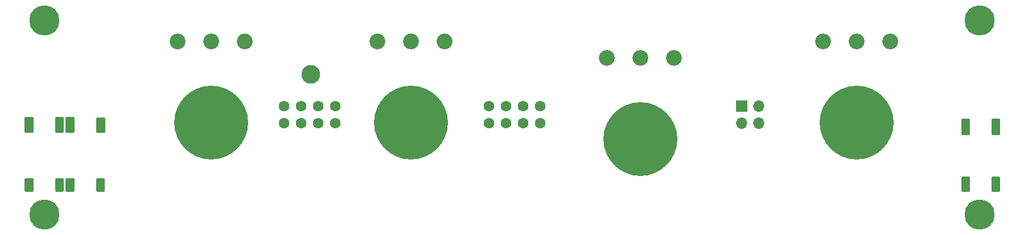
<source format=gbr>
%TF.GenerationSoftware,KiCad,Pcbnew,(5.1.12)-1*%
%TF.CreationDate,2022-02-09T09:57:39+03:00*%
%TF.ProjectId,Streamer_ADAU1701 front,53747265-616d-4657-925f-414441553137,rev?*%
%TF.SameCoordinates,Original*%
%TF.FileFunction,Soldermask,Bot*%
%TF.FilePolarity,Negative*%
%FSLAX46Y46*%
G04 Gerber Fmt 4.6, Leading zero omitted, Abs format (unit mm)*
G04 Created by KiCad (PCBNEW (5.1.12)-1) date 2022-02-09 09:57:39*
%MOMM*%
%LPD*%
G01*
G04 APERTURE LIST*
%ADD10C,1.600000*%
%ADD11C,2.800000*%
%ADD12C,4.500000*%
%ADD13R,1.700000X1.700000*%
%ADD14O,1.700000X1.700000*%
%ADD15C,2.340000*%
%ADD16C,11.000000*%
%ADD17C,0.254000*%
%ADD18C,0.100000*%
G04 APERTURE END LIST*
D10*
%TO.C,J2*%
X133000000Y-81300000D03*
X133000000Y-83840000D03*
X135540000Y-81300000D03*
X135540000Y-83840000D03*
X138080000Y-81300000D03*
X138080000Y-83840000D03*
X140620000Y-81300000D03*
X140620000Y-83840000D03*
%TD*%
%TO.C,J1*%
X102500000Y-81300000D03*
X102500000Y-83840000D03*
X105040000Y-81300000D03*
X105040000Y-83840000D03*
X107580000Y-81300000D03*
X107580000Y-83840000D03*
X110120000Y-81300000D03*
X110120000Y-83840000D03*
%TD*%
D11*
%TO.C,REF\u002A\u002A*%
X106500000Y-76500000D03*
%TD*%
D12*
%TO.C,REF\u002A\u002A*%
X66900000Y-97400000D03*
%TD*%
%TO.C,REF\u002A\u002A*%
X66900000Y-68500000D03*
%TD*%
%TO.C,REF\u002A\u002A*%
X206000000Y-68500000D03*
%TD*%
%TO.C,REF\u002A\u002A*%
X206000000Y-97400000D03*
%TD*%
D13*
%TO.C,J3*%
X170600000Y-81300000D03*
D14*
X170600000Y-83840000D03*
X173140000Y-81300000D03*
X173140000Y-83840000D03*
%TD*%
D15*
%TO.C,R1*%
X182700000Y-71600000D03*
X187700000Y-71600000D03*
X192700000Y-71600000D03*
D16*
X187700000Y-83700000D03*
%TD*%
%TO.C,R2*%
X155533332Y-86200000D03*
D15*
X160533332Y-74100000D03*
X155533332Y-74100000D03*
X150533332Y-74100000D03*
%TD*%
D16*
%TO.C,R3*%
X91700000Y-83700000D03*
D15*
X96700000Y-71600000D03*
X91700000Y-71600000D03*
X86700000Y-71600000D03*
%TD*%
%TO.C,R4*%
X116366666Y-71600000D03*
X121366666Y-71600000D03*
X126366666Y-71600000D03*
D16*
X121366666Y-83700000D03*
%TD*%
D17*
X71173000Y-85073000D02*
X70127000Y-85073000D01*
X70127000Y-82927000D01*
X71173000Y-82927000D01*
X71173000Y-85073000D01*
D18*
G36*
X71173000Y-85073000D02*
G01*
X70127000Y-85073000D01*
X70127000Y-82927000D01*
X71173000Y-82927000D01*
X71173000Y-85073000D01*
G37*
D17*
X69573000Y-85073000D02*
X68527000Y-85073000D01*
X68527000Y-82927000D01*
X69573000Y-82927000D01*
X69573000Y-85073000D01*
D18*
G36*
X69573000Y-85073000D02*
G01*
X68527000Y-85073000D01*
X68527000Y-82927000D01*
X69573000Y-82927000D01*
X69573000Y-85073000D01*
G37*
D17*
X65073000Y-85073000D02*
X64027000Y-85073000D01*
X64027000Y-82927000D01*
X65073000Y-82927000D01*
X65073000Y-85073000D01*
D18*
G36*
X65073000Y-85073000D02*
G01*
X64027000Y-85073000D01*
X64027000Y-82927000D01*
X65073000Y-82927000D01*
X65073000Y-85073000D01*
G37*
D17*
X75773000Y-85073000D02*
X74627000Y-85073000D01*
X74627000Y-83027000D01*
X75773000Y-83027000D01*
X75773000Y-85073000D01*
D18*
G36*
X75773000Y-85073000D02*
G01*
X74627000Y-85073000D01*
X74627000Y-83027000D01*
X75773000Y-83027000D01*
X75773000Y-85073000D01*
G37*
D17*
X71173000Y-93873000D02*
X70127000Y-93873000D01*
X70127000Y-92127000D01*
X71173000Y-92127000D01*
X71173000Y-93873000D01*
D18*
G36*
X71173000Y-93873000D02*
G01*
X70127000Y-93873000D01*
X70127000Y-92127000D01*
X71173000Y-92127000D01*
X71173000Y-93873000D01*
G37*
D17*
X69573000Y-93873000D02*
X68527000Y-93873000D01*
X68527000Y-92127000D01*
X69573000Y-92127000D01*
X69573000Y-93873000D01*
D18*
G36*
X69573000Y-93873000D02*
G01*
X68527000Y-93873000D01*
X68527000Y-92127000D01*
X69573000Y-92127000D01*
X69573000Y-93873000D01*
G37*
D17*
X65073000Y-93873000D02*
X64027000Y-93873000D01*
X64027000Y-92127000D01*
X65073000Y-92127000D01*
X65073000Y-93873000D01*
D18*
G36*
X65073000Y-93873000D02*
G01*
X64027000Y-93873000D01*
X64027000Y-92127000D01*
X65073000Y-92127000D01*
X65073000Y-93873000D01*
G37*
D17*
X75673000Y-93873000D02*
X74627000Y-93873000D01*
X74627000Y-92127000D01*
X75673000Y-92127000D01*
X75673000Y-93873000D01*
D18*
G36*
X75673000Y-93873000D02*
G01*
X74627000Y-93873000D01*
X74627000Y-92127000D01*
X75673000Y-92127000D01*
X75673000Y-93873000D01*
G37*
D17*
X204373000Y-85373000D02*
X203327000Y-85373000D01*
X203327000Y-83227000D01*
X204373000Y-83227000D01*
X204373000Y-85373000D01*
D18*
G36*
X204373000Y-85373000D02*
G01*
X203327000Y-85373000D01*
X203327000Y-83227000D01*
X204373000Y-83227000D01*
X204373000Y-85373000D01*
G37*
D17*
X208873000Y-85373000D02*
X207827000Y-85373000D01*
X207827000Y-83227000D01*
X208873000Y-83227000D01*
X208873000Y-85373000D01*
D18*
G36*
X208873000Y-85373000D02*
G01*
X207827000Y-85373000D01*
X207827000Y-83227000D01*
X208873000Y-83227000D01*
X208873000Y-85373000D01*
G37*
D17*
X204373000Y-93873000D02*
X203327000Y-93873000D01*
X203327000Y-91827000D01*
X204373000Y-91827000D01*
X204373000Y-93873000D01*
D18*
G36*
X204373000Y-93873000D02*
G01*
X203327000Y-93873000D01*
X203327000Y-91827000D01*
X204373000Y-91827000D01*
X204373000Y-93873000D01*
G37*
D17*
X208873000Y-93873000D02*
X207827000Y-93873000D01*
X207827000Y-91827000D01*
X208873000Y-91827000D01*
X208873000Y-93873000D01*
D18*
G36*
X208873000Y-93873000D02*
G01*
X207827000Y-93873000D01*
X207827000Y-91827000D01*
X208873000Y-91827000D01*
X208873000Y-93873000D01*
G37*
M02*

</source>
